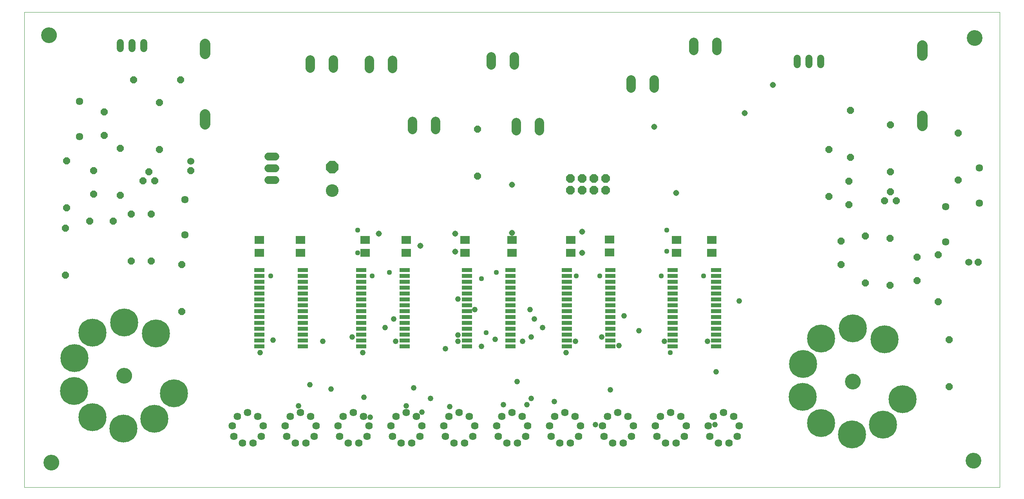
<source format=gbs>
G75*
%MOIN*%
%OFA0B0*%
%FSLAX25Y25*%
%IPPOS*%
%LPD*%
%AMOC8*
5,1,8,0,0,1.08239X$1,22.5*
%
%ADD10C,0.00000*%
%ADD11C,0.07850*%
%ADD12OC8,0.06000*%
%ADD13R,0.07887X0.07099*%
%ADD14C,0.06000*%
%ADD15C,0.06343*%
%ADD16C,0.09050*%
%ADD17C,0.06000*%
%ADD18R,0.08674X0.03800*%
%ADD19C,0.06400*%
%ADD20C,0.23800*%
%ADD21OC8,0.07400*%
%ADD22C,0.13398*%
%ADD23C,0.06800*%
%ADD24C,0.10800*%
%ADD25OC8,0.10800*%
%ADD26C,0.05156*%
%ADD27C,0.04369*%
%ADD28C,0.04762*%
%ADD29C,0.04800*%
D10*
X0002200Y0002700D02*
X0002200Y0407401D01*
X0832121Y0407401D01*
X0832121Y0002700D01*
X0002200Y0002700D01*
X0018901Y0023700D02*
X0018903Y0023858D01*
X0018909Y0024016D01*
X0018919Y0024174D01*
X0018933Y0024332D01*
X0018951Y0024489D01*
X0018972Y0024646D01*
X0018998Y0024802D01*
X0019028Y0024958D01*
X0019061Y0025113D01*
X0019099Y0025266D01*
X0019140Y0025419D01*
X0019185Y0025571D01*
X0019234Y0025722D01*
X0019287Y0025871D01*
X0019343Y0026019D01*
X0019403Y0026165D01*
X0019467Y0026310D01*
X0019535Y0026453D01*
X0019606Y0026595D01*
X0019680Y0026735D01*
X0019758Y0026872D01*
X0019840Y0027008D01*
X0019924Y0027142D01*
X0020013Y0027273D01*
X0020104Y0027402D01*
X0020199Y0027529D01*
X0020296Y0027654D01*
X0020397Y0027776D01*
X0020501Y0027895D01*
X0020608Y0028012D01*
X0020718Y0028126D01*
X0020831Y0028237D01*
X0020946Y0028346D01*
X0021064Y0028451D01*
X0021185Y0028553D01*
X0021308Y0028653D01*
X0021434Y0028749D01*
X0021562Y0028842D01*
X0021692Y0028932D01*
X0021825Y0029018D01*
X0021960Y0029102D01*
X0022096Y0029181D01*
X0022235Y0029258D01*
X0022376Y0029330D01*
X0022518Y0029400D01*
X0022662Y0029465D01*
X0022808Y0029527D01*
X0022955Y0029585D01*
X0023104Y0029640D01*
X0023254Y0029691D01*
X0023405Y0029738D01*
X0023557Y0029781D01*
X0023710Y0029820D01*
X0023865Y0029856D01*
X0024020Y0029887D01*
X0024176Y0029915D01*
X0024332Y0029939D01*
X0024489Y0029959D01*
X0024647Y0029975D01*
X0024804Y0029987D01*
X0024963Y0029995D01*
X0025121Y0029999D01*
X0025279Y0029999D01*
X0025437Y0029995D01*
X0025596Y0029987D01*
X0025753Y0029975D01*
X0025911Y0029959D01*
X0026068Y0029939D01*
X0026224Y0029915D01*
X0026380Y0029887D01*
X0026535Y0029856D01*
X0026690Y0029820D01*
X0026843Y0029781D01*
X0026995Y0029738D01*
X0027146Y0029691D01*
X0027296Y0029640D01*
X0027445Y0029585D01*
X0027592Y0029527D01*
X0027738Y0029465D01*
X0027882Y0029400D01*
X0028024Y0029330D01*
X0028165Y0029258D01*
X0028304Y0029181D01*
X0028440Y0029102D01*
X0028575Y0029018D01*
X0028708Y0028932D01*
X0028838Y0028842D01*
X0028966Y0028749D01*
X0029092Y0028653D01*
X0029215Y0028553D01*
X0029336Y0028451D01*
X0029454Y0028346D01*
X0029569Y0028237D01*
X0029682Y0028126D01*
X0029792Y0028012D01*
X0029899Y0027895D01*
X0030003Y0027776D01*
X0030104Y0027654D01*
X0030201Y0027529D01*
X0030296Y0027402D01*
X0030387Y0027273D01*
X0030476Y0027142D01*
X0030560Y0027008D01*
X0030642Y0026872D01*
X0030720Y0026735D01*
X0030794Y0026595D01*
X0030865Y0026453D01*
X0030933Y0026310D01*
X0030997Y0026165D01*
X0031057Y0026019D01*
X0031113Y0025871D01*
X0031166Y0025722D01*
X0031215Y0025571D01*
X0031260Y0025419D01*
X0031301Y0025266D01*
X0031339Y0025113D01*
X0031372Y0024958D01*
X0031402Y0024802D01*
X0031428Y0024646D01*
X0031449Y0024489D01*
X0031467Y0024332D01*
X0031481Y0024174D01*
X0031491Y0024016D01*
X0031497Y0023858D01*
X0031499Y0023700D01*
X0031497Y0023542D01*
X0031491Y0023384D01*
X0031481Y0023226D01*
X0031467Y0023068D01*
X0031449Y0022911D01*
X0031428Y0022754D01*
X0031402Y0022598D01*
X0031372Y0022442D01*
X0031339Y0022287D01*
X0031301Y0022134D01*
X0031260Y0021981D01*
X0031215Y0021829D01*
X0031166Y0021678D01*
X0031113Y0021529D01*
X0031057Y0021381D01*
X0030997Y0021235D01*
X0030933Y0021090D01*
X0030865Y0020947D01*
X0030794Y0020805D01*
X0030720Y0020665D01*
X0030642Y0020528D01*
X0030560Y0020392D01*
X0030476Y0020258D01*
X0030387Y0020127D01*
X0030296Y0019998D01*
X0030201Y0019871D01*
X0030104Y0019746D01*
X0030003Y0019624D01*
X0029899Y0019505D01*
X0029792Y0019388D01*
X0029682Y0019274D01*
X0029569Y0019163D01*
X0029454Y0019054D01*
X0029336Y0018949D01*
X0029215Y0018847D01*
X0029092Y0018747D01*
X0028966Y0018651D01*
X0028838Y0018558D01*
X0028708Y0018468D01*
X0028575Y0018382D01*
X0028440Y0018298D01*
X0028304Y0018219D01*
X0028165Y0018142D01*
X0028024Y0018070D01*
X0027882Y0018000D01*
X0027738Y0017935D01*
X0027592Y0017873D01*
X0027445Y0017815D01*
X0027296Y0017760D01*
X0027146Y0017709D01*
X0026995Y0017662D01*
X0026843Y0017619D01*
X0026690Y0017580D01*
X0026535Y0017544D01*
X0026380Y0017513D01*
X0026224Y0017485D01*
X0026068Y0017461D01*
X0025911Y0017441D01*
X0025753Y0017425D01*
X0025596Y0017413D01*
X0025437Y0017405D01*
X0025279Y0017401D01*
X0025121Y0017401D01*
X0024963Y0017405D01*
X0024804Y0017413D01*
X0024647Y0017425D01*
X0024489Y0017441D01*
X0024332Y0017461D01*
X0024176Y0017485D01*
X0024020Y0017513D01*
X0023865Y0017544D01*
X0023710Y0017580D01*
X0023557Y0017619D01*
X0023405Y0017662D01*
X0023254Y0017709D01*
X0023104Y0017760D01*
X0022955Y0017815D01*
X0022808Y0017873D01*
X0022662Y0017935D01*
X0022518Y0018000D01*
X0022376Y0018070D01*
X0022235Y0018142D01*
X0022096Y0018219D01*
X0021960Y0018298D01*
X0021825Y0018382D01*
X0021692Y0018468D01*
X0021562Y0018558D01*
X0021434Y0018651D01*
X0021308Y0018747D01*
X0021185Y0018847D01*
X0021064Y0018949D01*
X0020946Y0019054D01*
X0020831Y0019163D01*
X0020718Y0019274D01*
X0020608Y0019388D01*
X0020501Y0019505D01*
X0020397Y0019624D01*
X0020296Y0019746D01*
X0020199Y0019871D01*
X0020104Y0019998D01*
X0020013Y0020127D01*
X0019924Y0020258D01*
X0019840Y0020392D01*
X0019758Y0020528D01*
X0019680Y0020665D01*
X0019606Y0020805D01*
X0019535Y0020947D01*
X0019467Y0021090D01*
X0019403Y0021235D01*
X0019343Y0021381D01*
X0019287Y0021529D01*
X0019234Y0021678D01*
X0019185Y0021829D01*
X0019140Y0021981D01*
X0019099Y0022134D01*
X0019061Y0022287D01*
X0019028Y0022442D01*
X0018998Y0022598D01*
X0018972Y0022754D01*
X0018951Y0022911D01*
X0018933Y0023068D01*
X0018919Y0023226D01*
X0018909Y0023384D01*
X0018903Y0023542D01*
X0018901Y0023700D01*
X0080901Y0097700D02*
X0080903Y0097858D01*
X0080909Y0098016D01*
X0080919Y0098174D01*
X0080933Y0098332D01*
X0080951Y0098489D01*
X0080972Y0098646D01*
X0080998Y0098802D01*
X0081028Y0098958D01*
X0081061Y0099113D01*
X0081099Y0099266D01*
X0081140Y0099419D01*
X0081185Y0099571D01*
X0081234Y0099722D01*
X0081287Y0099871D01*
X0081343Y0100019D01*
X0081403Y0100165D01*
X0081467Y0100310D01*
X0081535Y0100453D01*
X0081606Y0100595D01*
X0081680Y0100735D01*
X0081758Y0100872D01*
X0081840Y0101008D01*
X0081924Y0101142D01*
X0082013Y0101273D01*
X0082104Y0101402D01*
X0082199Y0101529D01*
X0082296Y0101654D01*
X0082397Y0101776D01*
X0082501Y0101895D01*
X0082608Y0102012D01*
X0082718Y0102126D01*
X0082831Y0102237D01*
X0082946Y0102346D01*
X0083064Y0102451D01*
X0083185Y0102553D01*
X0083308Y0102653D01*
X0083434Y0102749D01*
X0083562Y0102842D01*
X0083692Y0102932D01*
X0083825Y0103018D01*
X0083960Y0103102D01*
X0084096Y0103181D01*
X0084235Y0103258D01*
X0084376Y0103330D01*
X0084518Y0103400D01*
X0084662Y0103465D01*
X0084808Y0103527D01*
X0084955Y0103585D01*
X0085104Y0103640D01*
X0085254Y0103691D01*
X0085405Y0103738D01*
X0085557Y0103781D01*
X0085710Y0103820D01*
X0085865Y0103856D01*
X0086020Y0103887D01*
X0086176Y0103915D01*
X0086332Y0103939D01*
X0086489Y0103959D01*
X0086647Y0103975D01*
X0086804Y0103987D01*
X0086963Y0103995D01*
X0087121Y0103999D01*
X0087279Y0103999D01*
X0087437Y0103995D01*
X0087596Y0103987D01*
X0087753Y0103975D01*
X0087911Y0103959D01*
X0088068Y0103939D01*
X0088224Y0103915D01*
X0088380Y0103887D01*
X0088535Y0103856D01*
X0088690Y0103820D01*
X0088843Y0103781D01*
X0088995Y0103738D01*
X0089146Y0103691D01*
X0089296Y0103640D01*
X0089445Y0103585D01*
X0089592Y0103527D01*
X0089738Y0103465D01*
X0089882Y0103400D01*
X0090024Y0103330D01*
X0090165Y0103258D01*
X0090304Y0103181D01*
X0090440Y0103102D01*
X0090575Y0103018D01*
X0090708Y0102932D01*
X0090838Y0102842D01*
X0090966Y0102749D01*
X0091092Y0102653D01*
X0091215Y0102553D01*
X0091336Y0102451D01*
X0091454Y0102346D01*
X0091569Y0102237D01*
X0091682Y0102126D01*
X0091792Y0102012D01*
X0091899Y0101895D01*
X0092003Y0101776D01*
X0092104Y0101654D01*
X0092201Y0101529D01*
X0092296Y0101402D01*
X0092387Y0101273D01*
X0092476Y0101142D01*
X0092560Y0101008D01*
X0092642Y0100872D01*
X0092720Y0100735D01*
X0092794Y0100595D01*
X0092865Y0100453D01*
X0092933Y0100310D01*
X0092997Y0100165D01*
X0093057Y0100019D01*
X0093113Y0099871D01*
X0093166Y0099722D01*
X0093215Y0099571D01*
X0093260Y0099419D01*
X0093301Y0099266D01*
X0093339Y0099113D01*
X0093372Y0098958D01*
X0093402Y0098802D01*
X0093428Y0098646D01*
X0093449Y0098489D01*
X0093467Y0098332D01*
X0093481Y0098174D01*
X0093491Y0098016D01*
X0093497Y0097858D01*
X0093499Y0097700D01*
X0093497Y0097542D01*
X0093491Y0097384D01*
X0093481Y0097226D01*
X0093467Y0097068D01*
X0093449Y0096911D01*
X0093428Y0096754D01*
X0093402Y0096598D01*
X0093372Y0096442D01*
X0093339Y0096287D01*
X0093301Y0096134D01*
X0093260Y0095981D01*
X0093215Y0095829D01*
X0093166Y0095678D01*
X0093113Y0095529D01*
X0093057Y0095381D01*
X0092997Y0095235D01*
X0092933Y0095090D01*
X0092865Y0094947D01*
X0092794Y0094805D01*
X0092720Y0094665D01*
X0092642Y0094528D01*
X0092560Y0094392D01*
X0092476Y0094258D01*
X0092387Y0094127D01*
X0092296Y0093998D01*
X0092201Y0093871D01*
X0092104Y0093746D01*
X0092003Y0093624D01*
X0091899Y0093505D01*
X0091792Y0093388D01*
X0091682Y0093274D01*
X0091569Y0093163D01*
X0091454Y0093054D01*
X0091336Y0092949D01*
X0091215Y0092847D01*
X0091092Y0092747D01*
X0090966Y0092651D01*
X0090838Y0092558D01*
X0090708Y0092468D01*
X0090575Y0092382D01*
X0090440Y0092298D01*
X0090304Y0092219D01*
X0090165Y0092142D01*
X0090024Y0092070D01*
X0089882Y0092000D01*
X0089738Y0091935D01*
X0089592Y0091873D01*
X0089445Y0091815D01*
X0089296Y0091760D01*
X0089146Y0091709D01*
X0088995Y0091662D01*
X0088843Y0091619D01*
X0088690Y0091580D01*
X0088535Y0091544D01*
X0088380Y0091513D01*
X0088224Y0091485D01*
X0088068Y0091461D01*
X0087911Y0091441D01*
X0087753Y0091425D01*
X0087596Y0091413D01*
X0087437Y0091405D01*
X0087279Y0091401D01*
X0087121Y0091401D01*
X0086963Y0091405D01*
X0086804Y0091413D01*
X0086647Y0091425D01*
X0086489Y0091441D01*
X0086332Y0091461D01*
X0086176Y0091485D01*
X0086020Y0091513D01*
X0085865Y0091544D01*
X0085710Y0091580D01*
X0085557Y0091619D01*
X0085405Y0091662D01*
X0085254Y0091709D01*
X0085104Y0091760D01*
X0084955Y0091815D01*
X0084808Y0091873D01*
X0084662Y0091935D01*
X0084518Y0092000D01*
X0084376Y0092070D01*
X0084235Y0092142D01*
X0084096Y0092219D01*
X0083960Y0092298D01*
X0083825Y0092382D01*
X0083692Y0092468D01*
X0083562Y0092558D01*
X0083434Y0092651D01*
X0083308Y0092747D01*
X0083185Y0092847D01*
X0083064Y0092949D01*
X0082946Y0093054D01*
X0082831Y0093163D01*
X0082718Y0093274D01*
X0082608Y0093388D01*
X0082501Y0093505D01*
X0082397Y0093624D01*
X0082296Y0093746D01*
X0082199Y0093871D01*
X0082104Y0093998D01*
X0082013Y0094127D01*
X0081924Y0094258D01*
X0081840Y0094392D01*
X0081758Y0094528D01*
X0081680Y0094665D01*
X0081606Y0094805D01*
X0081535Y0094947D01*
X0081467Y0095090D01*
X0081403Y0095235D01*
X0081343Y0095381D01*
X0081287Y0095529D01*
X0081234Y0095678D01*
X0081185Y0095829D01*
X0081140Y0095981D01*
X0081099Y0096134D01*
X0081061Y0096287D01*
X0081028Y0096442D01*
X0080998Y0096598D01*
X0080972Y0096754D01*
X0080951Y0096911D01*
X0080933Y0097068D01*
X0080919Y0097226D01*
X0080909Y0097384D01*
X0080903Y0097542D01*
X0080901Y0097700D01*
X0016901Y0387700D02*
X0016903Y0387858D01*
X0016909Y0388016D01*
X0016919Y0388174D01*
X0016933Y0388332D01*
X0016951Y0388489D01*
X0016972Y0388646D01*
X0016998Y0388802D01*
X0017028Y0388958D01*
X0017061Y0389113D01*
X0017099Y0389266D01*
X0017140Y0389419D01*
X0017185Y0389571D01*
X0017234Y0389722D01*
X0017287Y0389871D01*
X0017343Y0390019D01*
X0017403Y0390165D01*
X0017467Y0390310D01*
X0017535Y0390453D01*
X0017606Y0390595D01*
X0017680Y0390735D01*
X0017758Y0390872D01*
X0017840Y0391008D01*
X0017924Y0391142D01*
X0018013Y0391273D01*
X0018104Y0391402D01*
X0018199Y0391529D01*
X0018296Y0391654D01*
X0018397Y0391776D01*
X0018501Y0391895D01*
X0018608Y0392012D01*
X0018718Y0392126D01*
X0018831Y0392237D01*
X0018946Y0392346D01*
X0019064Y0392451D01*
X0019185Y0392553D01*
X0019308Y0392653D01*
X0019434Y0392749D01*
X0019562Y0392842D01*
X0019692Y0392932D01*
X0019825Y0393018D01*
X0019960Y0393102D01*
X0020096Y0393181D01*
X0020235Y0393258D01*
X0020376Y0393330D01*
X0020518Y0393400D01*
X0020662Y0393465D01*
X0020808Y0393527D01*
X0020955Y0393585D01*
X0021104Y0393640D01*
X0021254Y0393691D01*
X0021405Y0393738D01*
X0021557Y0393781D01*
X0021710Y0393820D01*
X0021865Y0393856D01*
X0022020Y0393887D01*
X0022176Y0393915D01*
X0022332Y0393939D01*
X0022489Y0393959D01*
X0022647Y0393975D01*
X0022804Y0393987D01*
X0022963Y0393995D01*
X0023121Y0393999D01*
X0023279Y0393999D01*
X0023437Y0393995D01*
X0023596Y0393987D01*
X0023753Y0393975D01*
X0023911Y0393959D01*
X0024068Y0393939D01*
X0024224Y0393915D01*
X0024380Y0393887D01*
X0024535Y0393856D01*
X0024690Y0393820D01*
X0024843Y0393781D01*
X0024995Y0393738D01*
X0025146Y0393691D01*
X0025296Y0393640D01*
X0025445Y0393585D01*
X0025592Y0393527D01*
X0025738Y0393465D01*
X0025882Y0393400D01*
X0026024Y0393330D01*
X0026165Y0393258D01*
X0026304Y0393181D01*
X0026440Y0393102D01*
X0026575Y0393018D01*
X0026708Y0392932D01*
X0026838Y0392842D01*
X0026966Y0392749D01*
X0027092Y0392653D01*
X0027215Y0392553D01*
X0027336Y0392451D01*
X0027454Y0392346D01*
X0027569Y0392237D01*
X0027682Y0392126D01*
X0027792Y0392012D01*
X0027899Y0391895D01*
X0028003Y0391776D01*
X0028104Y0391654D01*
X0028201Y0391529D01*
X0028296Y0391402D01*
X0028387Y0391273D01*
X0028476Y0391142D01*
X0028560Y0391008D01*
X0028642Y0390872D01*
X0028720Y0390735D01*
X0028794Y0390595D01*
X0028865Y0390453D01*
X0028933Y0390310D01*
X0028997Y0390165D01*
X0029057Y0390019D01*
X0029113Y0389871D01*
X0029166Y0389722D01*
X0029215Y0389571D01*
X0029260Y0389419D01*
X0029301Y0389266D01*
X0029339Y0389113D01*
X0029372Y0388958D01*
X0029402Y0388802D01*
X0029428Y0388646D01*
X0029449Y0388489D01*
X0029467Y0388332D01*
X0029481Y0388174D01*
X0029491Y0388016D01*
X0029497Y0387858D01*
X0029499Y0387700D01*
X0029497Y0387542D01*
X0029491Y0387384D01*
X0029481Y0387226D01*
X0029467Y0387068D01*
X0029449Y0386911D01*
X0029428Y0386754D01*
X0029402Y0386598D01*
X0029372Y0386442D01*
X0029339Y0386287D01*
X0029301Y0386134D01*
X0029260Y0385981D01*
X0029215Y0385829D01*
X0029166Y0385678D01*
X0029113Y0385529D01*
X0029057Y0385381D01*
X0028997Y0385235D01*
X0028933Y0385090D01*
X0028865Y0384947D01*
X0028794Y0384805D01*
X0028720Y0384665D01*
X0028642Y0384528D01*
X0028560Y0384392D01*
X0028476Y0384258D01*
X0028387Y0384127D01*
X0028296Y0383998D01*
X0028201Y0383871D01*
X0028104Y0383746D01*
X0028003Y0383624D01*
X0027899Y0383505D01*
X0027792Y0383388D01*
X0027682Y0383274D01*
X0027569Y0383163D01*
X0027454Y0383054D01*
X0027336Y0382949D01*
X0027215Y0382847D01*
X0027092Y0382747D01*
X0026966Y0382651D01*
X0026838Y0382558D01*
X0026708Y0382468D01*
X0026575Y0382382D01*
X0026440Y0382298D01*
X0026304Y0382219D01*
X0026165Y0382142D01*
X0026024Y0382070D01*
X0025882Y0382000D01*
X0025738Y0381935D01*
X0025592Y0381873D01*
X0025445Y0381815D01*
X0025296Y0381760D01*
X0025146Y0381709D01*
X0024995Y0381662D01*
X0024843Y0381619D01*
X0024690Y0381580D01*
X0024535Y0381544D01*
X0024380Y0381513D01*
X0024224Y0381485D01*
X0024068Y0381461D01*
X0023911Y0381441D01*
X0023753Y0381425D01*
X0023596Y0381413D01*
X0023437Y0381405D01*
X0023279Y0381401D01*
X0023121Y0381401D01*
X0022963Y0381405D01*
X0022804Y0381413D01*
X0022647Y0381425D01*
X0022489Y0381441D01*
X0022332Y0381461D01*
X0022176Y0381485D01*
X0022020Y0381513D01*
X0021865Y0381544D01*
X0021710Y0381580D01*
X0021557Y0381619D01*
X0021405Y0381662D01*
X0021254Y0381709D01*
X0021104Y0381760D01*
X0020955Y0381815D01*
X0020808Y0381873D01*
X0020662Y0381935D01*
X0020518Y0382000D01*
X0020376Y0382070D01*
X0020235Y0382142D01*
X0020096Y0382219D01*
X0019960Y0382298D01*
X0019825Y0382382D01*
X0019692Y0382468D01*
X0019562Y0382558D01*
X0019434Y0382651D01*
X0019308Y0382747D01*
X0019185Y0382847D01*
X0019064Y0382949D01*
X0018946Y0383054D01*
X0018831Y0383163D01*
X0018718Y0383274D01*
X0018608Y0383388D01*
X0018501Y0383505D01*
X0018397Y0383624D01*
X0018296Y0383746D01*
X0018199Y0383871D01*
X0018104Y0383998D01*
X0018013Y0384127D01*
X0017924Y0384258D01*
X0017840Y0384392D01*
X0017758Y0384528D01*
X0017680Y0384665D01*
X0017606Y0384805D01*
X0017535Y0384947D01*
X0017467Y0385090D01*
X0017403Y0385235D01*
X0017343Y0385381D01*
X0017287Y0385529D01*
X0017234Y0385678D01*
X0017185Y0385829D01*
X0017140Y0385981D01*
X0017099Y0386134D01*
X0017061Y0386287D01*
X0017028Y0386442D01*
X0016998Y0386598D01*
X0016972Y0386754D01*
X0016951Y0386911D01*
X0016933Y0387068D01*
X0016919Y0387226D01*
X0016909Y0387384D01*
X0016903Y0387542D01*
X0016901Y0387700D01*
X0700901Y0092700D02*
X0700903Y0092858D01*
X0700909Y0093016D01*
X0700919Y0093174D01*
X0700933Y0093332D01*
X0700951Y0093489D01*
X0700972Y0093646D01*
X0700998Y0093802D01*
X0701028Y0093958D01*
X0701061Y0094113D01*
X0701099Y0094266D01*
X0701140Y0094419D01*
X0701185Y0094571D01*
X0701234Y0094722D01*
X0701287Y0094871D01*
X0701343Y0095019D01*
X0701403Y0095165D01*
X0701467Y0095310D01*
X0701535Y0095453D01*
X0701606Y0095595D01*
X0701680Y0095735D01*
X0701758Y0095872D01*
X0701840Y0096008D01*
X0701924Y0096142D01*
X0702013Y0096273D01*
X0702104Y0096402D01*
X0702199Y0096529D01*
X0702296Y0096654D01*
X0702397Y0096776D01*
X0702501Y0096895D01*
X0702608Y0097012D01*
X0702718Y0097126D01*
X0702831Y0097237D01*
X0702946Y0097346D01*
X0703064Y0097451D01*
X0703185Y0097553D01*
X0703308Y0097653D01*
X0703434Y0097749D01*
X0703562Y0097842D01*
X0703692Y0097932D01*
X0703825Y0098018D01*
X0703960Y0098102D01*
X0704096Y0098181D01*
X0704235Y0098258D01*
X0704376Y0098330D01*
X0704518Y0098400D01*
X0704662Y0098465D01*
X0704808Y0098527D01*
X0704955Y0098585D01*
X0705104Y0098640D01*
X0705254Y0098691D01*
X0705405Y0098738D01*
X0705557Y0098781D01*
X0705710Y0098820D01*
X0705865Y0098856D01*
X0706020Y0098887D01*
X0706176Y0098915D01*
X0706332Y0098939D01*
X0706489Y0098959D01*
X0706647Y0098975D01*
X0706804Y0098987D01*
X0706963Y0098995D01*
X0707121Y0098999D01*
X0707279Y0098999D01*
X0707437Y0098995D01*
X0707596Y0098987D01*
X0707753Y0098975D01*
X0707911Y0098959D01*
X0708068Y0098939D01*
X0708224Y0098915D01*
X0708380Y0098887D01*
X0708535Y0098856D01*
X0708690Y0098820D01*
X0708843Y0098781D01*
X0708995Y0098738D01*
X0709146Y0098691D01*
X0709296Y0098640D01*
X0709445Y0098585D01*
X0709592Y0098527D01*
X0709738Y0098465D01*
X0709882Y0098400D01*
X0710024Y0098330D01*
X0710165Y0098258D01*
X0710304Y0098181D01*
X0710440Y0098102D01*
X0710575Y0098018D01*
X0710708Y0097932D01*
X0710838Y0097842D01*
X0710966Y0097749D01*
X0711092Y0097653D01*
X0711215Y0097553D01*
X0711336Y0097451D01*
X0711454Y0097346D01*
X0711569Y0097237D01*
X0711682Y0097126D01*
X0711792Y0097012D01*
X0711899Y0096895D01*
X0712003Y0096776D01*
X0712104Y0096654D01*
X0712201Y0096529D01*
X0712296Y0096402D01*
X0712387Y0096273D01*
X0712476Y0096142D01*
X0712560Y0096008D01*
X0712642Y0095872D01*
X0712720Y0095735D01*
X0712794Y0095595D01*
X0712865Y0095453D01*
X0712933Y0095310D01*
X0712997Y0095165D01*
X0713057Y0095019D01*
X0713113Y0094871D01*
X0713166Y0094722D01*
X0713215Y0094571D01*
X0713260Y0094419D01*
X0713301Y0094266D01*
X0713339Y0094113D01*
X0713372Y0093958D01*
X0713402Y0093802D01*
X0713428Y0093646D01*
X0713449Y0093489D01*
X0713467Y0093332D01*
X0713481Y0093174D01*
X0713491Y0093016D01*
X0713497Y0092858D01*
X0713499Y0092700D01*
X0713497Y0092542D01*
X0713491Y0092384D01*
X0713481Y0092226D01*
X0713467Y0092068D01*
X0713449Y0091911D01*
X0713428Y0091754D01*
X0713402Y0091598D01*
X0713372Y0091442D01*
X0713339Y0091287D01*
X0713301Y0091134D01*
X0713260Y0090981D01*
X0713215Y0090829D01*
X0713166Y0090678D01*
X0713113Y0090529D01*
X0713057Y0090381D01*
X0712997Y0090235D01*
X0712933Y0090090D01*
X0712865Y0089947D01*
X0712794Y0089805D01*
X0712720Y0089665D01*
X0712642Y0089528D01*
X0712560Y0089392D01*
X0712476Y0089258D01*
X0712387Y0089127D01*
X0712296Y0088998D01*
X0712201Y0088871D01*
X0712104Y0088746D01*
X0712003Y0088624D01*
X0711899Y0088505D01*
X0711792Y0088388D01*
X0711682Y0088274D01*
X0711569Y0088163D01*
X0711454Y0088054D01*
X0711336Y0087949D01*
X0711215Y0087847D01*
X0711092Y0087747D01*
X0710966Y0087651D01*
X0710838Y0087558D01*
X0710708Y0087468D01*
X0710575Y0087382D01*
X0710440Y0087298D01*
X0710304Y0087219D01*
X0710165Y0087142D01*
X0710024Y0087070D01*
X0709882Y0087000D01*
X0709738Y0086935D01*
X0709592Y0086873D01*
X0709445Y0086815D01*
X0709296Y0086760D01*
X0709146Y0086709D01*
X0708995Y0086662D01*
X0708843Y0086619D01*
X0708690Y0086580D01*
X0708535Y0086544D01*
X0708380Y0086513D01*
X0708224Y0086485D01*
X0708068Y0086461D01*
X0707911Y0086441D01*
X0707753Y0086425D01*
X0707596Y0086413D01*
X0707437Y0086405D01*
X0707279Y0086401D01*
X0707121Y0086401D01*
X0706963Y0086405D01*
X0706804Y0086413D01*
X0706647Y0086425D01*
X0706489Y0086441D01*
X0706332Y0086461D01*
X0706176Y0086485D01*
X0706020Y0086513D01*
X0705865Y0086544D01*
X0705710Y0086580D01*
X0705557Y0086619D01*
X0705405Y0086662D01*
X0705254Y0086709D01*
X0705104Y0086760D01*
X0704955Y0086815D01*
X0704808Y0086873D01*
X0704662Y0086935D01*
X0704518Y0087000D01*
X0704376Y0087070D01*
X0704235Y0087142D01*
X0704096Y0087219D01*
X0703960Y0087298D01*
X0703825Y0087382D01*
X0703692Y0087468D01*
X0703562Y0087558D01*
X0703434Y0087651D01*
X0703308Y0087747D01*
X0703185Y0087847D01*
X0703064Y0087949D01*
X0702946Y0088054D01*
X0702831Y0088163D01*
X0702718Y0088274D01*
X0702608Y0088388D01*
X0702501Y0088505D01*
X0702397Y0088624D01*
X0702296Y0088746D01*
X0702199Y0088871D01*
X0702104Y0088998D01*
X0702013Y0089127D01*
X0701924Y0089258D01*
X0701840Y0089392D01*
X0701758Y0089528D01*
X0701680Y0089665D01*
X0701606Y0089805D01*
X0701535Y0089947D01*
X0701467Y0090090D01*
X0701403Y0090235D01*
X0701343Y0090381D01*
X0701287Y0090529D01*
X0701234Y0090678D01*
X0701185Y0090829D01*
X0701140Y0090981D01*
X0701099Y0091134D01*
X0701061Y0091287D01*
X0701028Y0091442D01*
X0700998Y0091598D01*
X0700972Y0091754D01*
X0700951Y0091911D01*
X0700933Y0092068D01*
X0700919Y0092226D01*
X0700909Y0092384D01*
X0700903Y0092542D01*
X0700901Y0092700D01*
X0803401Y0025200D02*
X0803403Y0025358D01*
X0803409Y0025516D01*
X0803419Y0025674D01*
X0803433Y0025832D01*
X0803451Y0025989D01*
X0803472Y0026146D01*
X0803498Y0026302D01*
X0803528Y0026458D01*
X0803561Y0026613D01*
X0803599Y0026766D01*
X0803640Y0026919D01*
X0803685Y0027071D01*
X0803734Y0027222D01*
X0803787Y0027371D01*
X0803843Y0027519D01*
X0803903Y0027665D01*
X0803967Y0027810D01*
X0804035Y0027953D01*
X0804106Y0028095D01*
X0804180Y0028235D01*
X0804258Y0028372D01*
X0804340Y0028508D01*
X0804424Y0028642D01*
X0804513Y0028773D01*
X0804604Y0028902D01*
X0804699Y0029029D01*
X0804796Y0029154D01*
X0804897Y0029276D01*
X0805001Y0029395D01*
X0805108Y0029512D01*
X0805218Y0029626D01*
X0805331Y0029737D01*
X0805446Y0029846D01*
X0805564Y0029951D01*
X0805685Y0030053D01*
X0805808Y0030153D01*
X0805934Y0030249D01*
X0806062Y0030342D01*
X0806192Y0030432D01*
X0806325Y0030518D01*
X0806460Y0030602D01*
X0806596Y0030681D01*
X0806735Y0030758D01*
X0806876Y0030830D01*
X0807018Y0030900D01*
X0807162Y0030965D01*
X0807308Y0031027D01*
X0807455Y0031085D01*
X0807604Y0031140D01*
X0807754Y0031191D01*
X0807905Y0031238D01*
X0808057Y0031281D01*
X0808210Y0031320D01*
X0808365Y0031356D01*
X0808520Y0031387D01*
X0808676Y0031415D01*
X0808832Y0031439D01*
X0808989Y0031459D01*
X0809147Y0031475D01*
X0809304Y0031487D01*
X0809463Y0031495D01*
X0809621Y0031499D01*
X0809779Y0031499D01*
X0809937Y0031495D01*
X0810096Y0031487D01*
X0810253Y0031475D01*
X0810411Y0031459D01*
X0810568Y0031439D01*
X0810724Y0031415D01*
X0810880Y0031387D01*
X0811035Y0031356D01*
X0811190Y0031320D01*
X0811343Y0031281D01*
X0811495Y0031238D01*
X0811646Y0031191D01*
X0811796Y0031140D01*
X0811945Y0031085D01*
X0812092Y0031027D01*
X0812238Y0030965D01*
X0812382Y0030900D01*
X0812524Y0030830D01*
X0812665Y0030758D01*
X0812804Y0030681D01*
X0812940Y0030602D01*
X0813075Y0030518D01*
X0813208Y0030432D01*
X0813338Y0030342D01*
X0813466Y0030249D01*
X0813592Y0030153D01*
X0813715Y0030053D01*
X0813836Y0029951D01*
X0813954Y0029846D01*
X0814069Y0029737D01*
X0814182Y0029626D01*
X0814292Y0029512D01*
X0814399Y0029395D01*
X0814503Y0029276D01*
X0814604Y0029154D01*
X0814701Y0029029D01*
X0814796Y0028902D01*
X0814887Y0028773D01*
X0814976Y0028642D01*
X0815060Y0028508D01*
X0815142Y0028372D01*
X0815220Y0028235D01*
X0815294Y0028095D01*
X0815365Y0027953D01*
X0815433Y0027810D01*
X0815497Y0027665D01*
X0815557Y0027519D01*
X0815613Y0027371D01*
X0815666Y0027222D01*
X0815715Y0027071D01*
X0815760Y0026919D01*
X0815801Y0026766D01*
X0815839Y0026613D01*
X0815872Y0026458D01*
X0815902Y0026302D01*
X0815928Y0026146D01*
X0815949Y0025989D01*
X0815967Y0025832D01*
X0815981Y0025674D01*
X0815991Y0025516D01*
X0815997Y0025358D01*
X0815999Y0025200D01*
X0815997Y0025042D01*
X0815991Y0024884D01*
X0815981Y0024726D01*
X0815967Y0024568D01*
X0815949Y0024411D01*
X0815928Y0024254D01*
X0815902Y0024098D01*
X0815872Y0023942D01*
X0815839Y0023787D01*
X0815801Y0023634D01*
X0815760Y0023481D01*
X0815715Y0023329D01*
X0815666Y0023178D01*
X0815613Y0023029D01*
X0815557Y0022881D01*
X0815497Y0022735D01*
X0815433Y0022590D01*
X0815365Y0022447D01*
X0815294Y0022305D01*
X0815220Y0022165D01*
X0815142Y0022028D01*
X0815060Y0021892D01*
X0814976Y0021758D01*
X0814887Y0021627D01*
X0814796Y0021498D01*
X0814701Y0021371D01*
X0814604Y0021246D01*
X0814503Y0021124D01*
X0814399Y0021005D01*
X0814292Y0020888D01*
X0814182Y0020774D01*
X0814069Y0020663D01*
X0813954Y0020554D01*
X0813836Y0020449D01*
X0813715Y0020347D01*
X0813592Y0020247D01*
X0813466Y0020151D01*
X0813338Y0020058D01*
X0813208Y0019968D01*
X0813075Y0019882D01*
X0812940Y0019798D01*
X0812804Y0019719D01*
X0812665Y0019642D01*
X0812524Y0019570D01*
X0812382Y0019500D01*
X0812238Y0019435D01*
X0812092Y0019373D01*
X0811945Y0019315D01*
X0811796Y0019260D01*
X0811646Y0019209D01*
X0811495Y0019162D01*
X0811343Y0019119D01*
X0811190Y0019080D01*
X0811035Y0019044D01*
X0810880Y0019013D01*
X0810724Y0018985D01*
X0810568Y0018961D01*
X0810411Y0018941D01*
X0810253Y0018925D01*
X0810096Y0018913D01*
X0809937Y0018905D01*
X0809779Y0018901D01*
X0809621Y0018901D01*
X0809463Y0018905D01*
X0809304Y0018913D01*
X0809147Y0018925D01*
X0808989Y0018941D01*
X0808832Y0018961D01*
X0808676Y0018985D01*
X0808520Y0019013D01*
X0808365Y0019044D01*
X0808210Y0019080D01*
X0808057Y0019119D01*
X0807905Y0019162D01*
X0807754Y0019209D01*
X0807604Y0019260D01*
X0807455Y0019315D01*
X0807308Y0019373D01*
X0807162Y0019435D01*
X0807018Y0019500D01*
X0806876Y0019570D01*
X0806735Y0019642D01*
X0806596Y0019719D01*
X0806460Y0019798D01*
X0806325Y0019882D01*
X0806192Y0019968D01*
X0806062Y0020058D01*
X0805934Y0020151D01*
X0805808Y0020247D01*
X0805685Y0020347D01*
X0805564Y0020449D01*
X0805446Y0020554D01*
X0805331Y0020663D01*
X0805218Y0020774D01*
X0805108Y0020888D01*
X0805001Y0021005D01*
X0804897Y0021124D01*
X0804796Y0021246D01*
X0804699Y0021371D01*
X0804604Y0021498D01*
X0804513Y0021627D01*
X0804424Y0021758D01*
X0804340Y0021892D01*
X0804258Y0022028D01*
X0804180Y0022165D01*
X0804106Y0022305D01*
X0804035Y0022447D01*
X0803967Y0022590D01*
X0803903Y0022735D01*
X0803843Y0022881D01*
X0803787Y0023029D01*
X0803734Y0023178D01*
X0803685Y0023329D01*
X0803640Y0023481D01*
X0803599Y0023634D01*
X0803561Y0023787D01*
X0803528Y0023942D01*
X0803498Y0024098D01*
X0803472Y0024254D01*
X0803451Y0024411D01*
X0803433Y0024568D01*
X0803419Y0024726D01*
X0803409Y0024884D01*
X0803403Y0025042D01*
X0803401Y0025200D01*
X0804401Y0385200D02*
X0804403Y0385358D01*
X0804409Y0385516D01*
X0804419Y0385674D01*
X0804433Y0385832D01*
X0804451Y0385989D01*
X0804472Y0386146D01*
X0804498Y0386302D01*
X0804528Y0386458D01*
X0804561Y0386613D01*
X0804599Y0386766D01*
X0804640Y0386919D01*
X0804685Y0387071D01*
X0804734Y0387222D01*
X0804787Y0387371D01*
X0804843Y0387519D01*
X0804903Y0387665D01*
X0804967Y0387810D01*
X0805035Y0387953D01*
X0805106Y0388095D01*
X0805180Y0388235D01*
X0805258Y0388372D01*
X0805340Y0388508D01*
X0805424Y0388642D01*
X0805513Y0388773D01*
X0805604Y0388902D01*
X0805699Y0389029D01*
X0805796Y0389154D01*
X0805897Y0389276D01*
X0806001Y0389395D01*
X0806108Y0389512D01*
X0806218Y0389626D01*
X0806331Y0389737D01*
X0806446Y0389846D01*
X0806564Y0389951D01*
X0806685Y0390053D01*
X0806808Y0390153D01*
X0806934Y0390249D01*
X0807062Y0390342D01*
X0807192Y0390432D01*
X0807325Y0390518D01*
X0807460Y0390602D01*
X0807596Y0390681D01*
X0807735Y0390758D01*
X0807876Y0390830D01*
X0808018Y0390900D01*
X0808162Y0390965D01*
X0808308Y0391027D01*
X0808455Y0391085D01*
X0808604Y0391140D01*
X0808754Y0391191D01*
X0808905Y0391238D01*
X0809057Y0391281D01*
X0809210Y0391320D01*
X0809365Y0391356D01*
X0809520Y0391387D01*
X0809676Y0391415D01*
X0809832Y0391439D01*
X0809989Y0391459D01*
X0810147Y0391475D01*
X0810304Y0391487D01*
X0810463Y0391495D01*
X0810621Y0391499D01*
X0810779Y0391499D01*
X0810937Y0391495D01*
X0811096Y0391487D01*
X0811253Y0391475D01*
X0811411Y0391459D01*
X0811568Y0391439D01*
X0811724Y0391415D01*
X0811880Y0391387D01*
X0812035Y0391356D01*
X0812190Y0391320D01*
X0812343Y0391281D01*
X0812495Y0391238D01*
X0812646Y0391191D01*
X0812796Y0391140D01*
X0812945Y0391085D01*
X0813092Y0391027D01*
X0813238Y0390965D01*
X0813382Y0390900D01*
X0813524Y0390830D01*
X0813665Y0390758D01*
X0813804Y0390681D01*
X0813940Y0390602D01*
X0814075Y0390518D01*
X0814208Y0390432D01*
X0814338Y0390342D01*
X0814466Y0390249D01*
X0814592Y0390153D01*
X0814715Y0390053D01*
X0814836Y0389951D01*
X0814954Y0389846D01*
X0815069Y0389737D01*
X0815182Y0389626D01*
X0815292Y0389512D01*
X0815399Y0389395D01*
X0815503Y0389276D01*
X0815604Y0389154D01*
X0815701Y0389029D01*
X0815796Y0388902D01*
X0815887Y0388773D01*
X0815976Y0388642D01*
X0816060Y0388508D01*
X0816142Y0388372D01*
X0816220Y0388235D01*
X0816294Y0388095D01*
X0816365Y0387953D01*
X0816433Y0387810D01*
X0816497Y0387665D01*
X0816557Y0387519D01*
X0816613Y0387371D01*
X0816666Y0387222D01*
X0816715Y0387071D01*
X0816760Y0386919D01*
X0816801Y0386766D01*
X0816839Y0386613D01*
X0816872Y0386458D01*
X0816902Y0386302D01*
X0816928Y0386146D01*
X0816949Y0385989D01*
X0816967Y0385832D01*
X0816981Y0385674D01*
X0816991Y0385516D01*
X0816997Y0385358D01*
X0816999Y0385200D01*
X0816997Y0385042D01*
X0816991Y0384884D01*
X0816981Y0384726D01*
X0816967Y0384568D01*
X0816949Y0384411D01*
X0816928Y0384254D01*
X0816902Y0384098D01*
X0816872Y0383942D01*
X0816839Y0383787D01*
X0816801Y0383634D01*
X0816760Y0383481D01*
X0816715Y0383329D01*
X0816666Y0383178D01*
X0816613Y0383029D01*
X0816557Y0382881D01*
X0816497Y0382735D01*
X0816433Y0382590D01*
X0816365Y0382447D01*
X0816294Y0382305D01*
X0816220Y0382165D01*
X0816142Y0382028D01*
X0816060Y0381892D01*
X0815976Y0381758D01*
X0815887Y0381627D01*
X0815796Y0381498D01*
X0815701Y0381371D01*
X0815604Y0381246D01*
X0815503Y0381124D01*
X0815399Y0381005D01*
X0815292Y0380888D01*
X0815182Y0380774D01*
X0815069Y0380663D01*
X0814954Y0380554D01*
X0814836Y0380449D01*
X0814715Y0380347D01*
X0814592Y0380247D01*
X0814466Y0380151D01*
X0814338Y0380058D01*
X0814208Y0379968D01*
X0814075Y0379882D01*
X0813940Y0379798D01*
X0813804Y0379719D01*
X0813665Y0379642D01*
X0813524Y0379570D01*
X0813382Y0379500D01*
X0813238Y0379435D01*
X0813092Y0379373D01*
X0812945Y0379315D01*
X0812796Y0379260D01*
X0812646Y0379209D01*
X0812495Y0379162D01*
X0812343Y0379119D01*
X0812190Y0379080D01*
X0812035Y0379044D01*
X0811880Y0379013D01*
X0811724Y0378985D01*
X0811568Y0378961D01*
X0811411Y0378941D01*
X0811253Y0378925D01*
X0811096Y0378913D01*
X0810937Y0378905D01*
X0810779Y0378901D01*
X0810621Y0378901D01*
X0810463Y0378905D01*
X0810304Y0378913D01*
X0810147Y0378925D01*
X0809989Y0378941D01*
X0809832Y0378961D01*
X0809676Y0378985D01*
X0809520Y0379013D01*
X0809365Y0379044D01*
X0809210Y0379080D01*
X0809057Y0379119D01*
X0808905Y0379162D01*
X0808754Y0379209D01*
X0808604Y0379260D01*
X0808455Y0379315D01*
X0808308Y0379373D01*
X0808162Y0379435D01*
X0808018Y0379500D01*
X0807876Y0379570D01*
X0807735Y0379642D01*
X0807596Y0379719D01*
X0807460Y0379798D01*
X0807325Y0379882D01*
X0807192Y0379968D01*
X0807062Y0380058D01*
X0806934Y0380151D01*
X0806808Y0380247D01*
X0806685Y0380347D01*
X0806564Y0380449D01*
X0806446Y0380554D01*
X0806331Y0380663D01*
X0806218Y0380774D01*
X0806108Y0380888D01*
X0806001Y0381005D01*
X0805897Y0381124D01*
X0805796Y0381246D01*
X0805699Y0381371D01*
X0805604Y0381498D01*
X0805513Y0381627D01*
X0805424Y0381758D01*
X0805340Y0381892D01*
X0805258Y0382028D01*
X0805180Y0382165D01*
X0805106Y0382305D01*
X0805035Y0382447D01*
X0804967Y0382590D01*
X0804903Y0382735D01*
X0804843Y0382881D01*
X0804787Y0383029D01*
X0804734Y0383178D01*
X0804685Y0383329D01*
X0804640Y0383481D01*
X0804599Y0383634D01*
X0804561Y0383787D01*
X0804528Y0383942D01*
X0804498Y0384098D01*
X0804472Y0384254D01*
X0804451Y0384411D01*
X0804433Y0384568D01*
X0804419Y0384726D01*
X0804409Y0384884D01*
X0804403Y0385042D01*
X0804401Y0385200D01*
D11*
X0591543Y0381725D02*
X0591543Y0374675D01*
X0571857Y0374675D02*
X0571857Y0381725D01*
X0538043Y0349725D02*
X0538043Y0342675D01*
X0518357Y0342675D02*
X0518357Y0349725D01*
X0440543Y0313225D02*
X0440543Y0306175D01*
X0420857Y0306175D02*
X0420857Y0313225D01*
X0352043Y0314225D02*
X0352043Y0307175D01*
X0332357Y0307175D02*
X0332357Y0314225D01*
X0315543Y0359175D02*
X0315543Y0366225D01*
X0295857Y0366225D02*
X0295857Y0359175D01*
X0265043Y0359675D02*
X0265043Y0366725D01*
X0245357Y0366725D02*
X0245357Y0359675D01*
X0399357Y0362175D02*
X0399357Y0369225D01*
X0419043Y0369225D02*
X0419043Y0362175D01*
D12*
X0387700Y0307700D03*
X0387700Y0267700D03*
X0143700Y0272200D03*
X0113200Y0263700D03*
X0103200Y0263700D03*
X0108200Y0271200D03*
X0117200Y0290200D03*
X0083700Y0291200D03*
X0070200Y0302200D03*
X0070200Y0322200D03*
X0117200Y0330200D03*
X0135200Y0349700D03*
X0095200Y0349700D03*
X0038200Y0280700D03*
X0061200Y0272200D03*
X0061200Y0252200D03*
X0083700Y0251200D03*
X0093200Y0235200D03*
X0077700Y0229200D03*
X0057700Y0229200D03*
X0037200Y0223200D03*
X0038200Y0240700D03*
X0110200Y0235200D03*
X0110200Y0195200D03*
X0093200Y0195200D03*
X0136200Y0192200D03*
X0136200Y0152200D03*
X0037200Y0183200D03*
X0686700Y0250200D03*
X0703700Y0243200D03*
X0734200Y0246700D03*
X0739200Y0254200D03*
X0744200Y0246700D03*
X0703700Y0263200D03*
X0739200Y0271200D03*
X0705200Y0283700D03*
X0686700Y0290200D03*
X0739200Y0311200D03*
X0705200Y0323700D03*
X0796700Y0304200D03*
X0796700Y0264200D03*
X0738700Y0214700D03*
X0717700Y0216700D03*
X0697200Y0212200D03*
X0697200Y0192200D03*
X0717700Y0176700D03*
X0738700Y0174700D03*
X0761700Y0178700D03*
X0779700Y0160700D03*
X0789200Y0128200D03*
X0789200Y0088200D03*
X0813700Y0194200D03*
X0779700Y0200700D03*
X0761700Y0198700D03*
D13*
X0587200Y0202188D03*
X0587200Y0213212D03*
X0557200Y0213212D03*
X0557200Y0202188D03*
X0500200Y0202688D03*
X0500200Y0213712D03*
X0467200Y0213212D03*
X0467200Y0202188D03*
X0417200Y0202188D03*
X0417200Y0213212D03*
X0377200Y0213212D03*
X0377200Y0202188D03*
X0327200Y0202188D03*
X0327200Y0213212D03*
X0292200Y0213212D03*
X0292200Y0202188D03*
X0237200Y0202188D03*
X0237200Y0213212D03*
X0202200Y0213212D03*
X0202200Y0202188D03*
D14*
X0143700Y0280200D03*
X0805700Y0194200D03*
D15*
X0786200Y0211700D03*
X0786200Y0241700D03*
X0814700Y0244700D03*
X0814700Y0274700D03*
X0138700Y0247700D03*
X0138700Y0217700D03*
X0049200Y0301200D03*
X0049200Y0331200D03*
D16*
X0155700Y0320325D02*
X0155700Y0312075D01*
X0155700Y0372075D02*
X0155700Y0380325D01*
X0766200Y0378825D02*
X0766200Y0370575D01*
X0766200Y0318825D02*
X0766200Y0310575D01*
D17*
X0679700Y0362600D02*
X0679700Y0367800D01*
X0669700Y0367800D02*
X0669700Y0362600D01*
X0659700Y0362600D02*
X0659700Y0367800D01*
X0103700Y0376100D02*
X0103700Y0381300D01*
X0093700Y0381300D02*
X0093700Y0376100D01*
X0083700Y0376100D02*
X0083700Y0381300D01*
D18*
X0202196Y0187700D03*
X0202196Y0182700D03*
X0202196Y0177700D03*
X0202196Y0172700D03*
X0202196Y0167700D03*
X0202196Y0162700D03*
X0202196Y0157700D03*
X0202196Y0152700D03*
X0202196Y0147700D03*
X0202196Y0142700D03*
X0202196Y0137700D03*
X0202196Y0132700D03*
X0202196Y0127700D03*
X0202196Y0122700D03*
X0239204Y0122700D03*
X0239204Y0127700D03*
X0239204Y0132700D03*
X0239204Y0137700D03*
X0239204Y0142700D03*
X0239204Y0147700D03*
X0239204Y0152700D03*
X0239204Y0157700D03*
X0239204Y0162700D03*
X0239204Y0167700D03*
X0239204Y0172700D03*
X0239204Y0177700D03*
X0239204Y0182700D03*
X0239204Y0187700D03*
X0288696Y0187700D03*
X0288696Y0182700D03*
X0288696Y0177700D03*
X0288696Y0172700D03*
X0288696Y0167700D03*
X0288696Y0162700D03*
X0288696Y0157700D03*
X0288696Y0152700D03*
X0288696Y0147700D03*
X0288696Y0142700D03*
X0288696Y0137700D03*
X0288696Y0132700D03*
X0288696Y0127700D03*
X0288696Y0122700D03*
X0325704Y0122700D03*
X0325704Y0127700D03*
X0325704Y0132700D03*
X0325704Y0137700D03*
X0325704Y0142700D03*
X0325704Y0147700D03*
X0325704Y0152700D03*
X0325704Y0157700D03*
X0325704Y0162700D03*
X0325704Y0167700D03*
X0325704Y0172700D03*
X0325704Y0177700D03*
X0325704Y0182700D03*
X0325704Y0187700D03*
X0378696Y0187700D03*
X0378696Y0182700D03*
X0378696Y0177700D03*
X0378696Y0172700D03*
X0378696Y0167700D03*
X0378696Y0162700D03*
X0378696Y0157700D03*
X0378696Y0152700D03*
X0378696Y0147700D03*
X0378696Y0142700D03*
X0378696Y0137700D03*
X0378696Y0132700D03*
X0378696Y0127700D03*
X0378696Y0122700D03*
X0415704Y0122700D03*
X0415704Y0127700D03*
X0415704Y0132700D03*
X0415704Y0137700D03*
X0415704Y0142700D03*
X0415704Y0147700D03*
X0415704Y0152700D03*
X0415704Y0157700D03*
X0415704Y0162700D03*
X0415704Y0167700D03*
X0415704Y0172700D03*
X0415704Y0177700D03*
X0415704Y0182700D03*
X0415704Y0187700D03*
X0463696Y0187700D03*
X0463696Y0182700D03*
X0463696Y0177700D03*
X0463696Y0172700D03*
X0463696Y0167700D03*
X0463696Y0162700D03*
X0463696Y0157700D03*
X0463696Y0152700D03*
X0463696Y0147700D03*
X0463696Y0142700D03*
X0463696Y0137700D03*
X0463696Y0132700D03*
X0463696Y0127700D03*
X0463696Y0122700D03*
X0500704Y0122700D03*
X0500704Y0127700D03*
X0500704Y0132700D03*
X0500704Y0137700D03*
X0500704Y0142700D03*
X0500704Y0147700D03*
X0500704Y0152700D03*
X0500704Y0157700D03*
X0500704Y0162700D03*
X0500704Y0167700D03*
X0500704Y0172700D03*
X0500704Y0177700D03*
X0500704Y0182700D03*
X0500704Y0187700D03*
X0553696Y0187700D03*
X0553696Y0182700D03*
X0553696Y0177700D03*
X0553696Y0172700D03*
X0553696Y0167700D03*
X0553696Y0162700D03*
X0553696Y0157700D03*
X0553696Y0152700D03*
X0553696Y0147700D03*
X0553696Y0142700D03*
X0553696Y0137700D03*
X0553696Y0132700D03*
X0553696Y0127700D03*
X0553696Y0122700D03*
X0590704Y0122700D03*
X0590704Y0127700D03*
X0590704Y0132700D03*
X0590704Y0137700D03*
X0590704Y0142700D03*
X0590704Y0147700D03*
X0590704Y0152700D03*
X0590704Y0157700D03*
X0590704Y0162700D03*
X0590704Y0167700D03*
X0590704Y0172700D03*
X0590704Y0177700D03*
X0590704Y0182700D03*
X0590704Y0187700D03*
D19*
X0597200Y0066096D03*
X0588589Y0062962D03*
X0584007Y0055026D03*
X0585599Y0046002D03*
X0592618Y0040112D03*
X0601782Y0040112D03*
X0608801Y0046002D03*
X0610393Y0055026D03*
X0605811Y0062962D03*
X0565393Y0055026D03*
X0563801Y0046002D03*
X0556782Y0040112D03*
X0547618Y0040112D03*
X0540599Y0046002D03*
X0539007Y0055026D03*
X0543589Y0062962D03*
X0552200Y0066096D03*
X0560811Y0062962D03*
X0520393Y0055026D03*
X0518801Y0046002D03*
X0511782Y0040112D03*
X0502618Y0040112D03*
X0495599Y0046002D03*
X0494007Y0055026D03*
X0498589Y0062962D03*
X0507200Y0066096D03*
X0515811Y0062962D03*
X0475393Y0055026D03*
X0473801Y0046002D03*
X0466782Y0040112D03*
X0457618Y0040112D03*
X0450599Y0046002D03*
X0449007Y0055026D03*
X0453589Y0062962D03*
X0462200Y0066096D03*
X0470811Y0062962D03*
X0430393Y0055026D03*
X0428801Y0046002D03*
X0421782Y0040112D03*
X0412618Y0040112D03*
X0405599Y0046002D03*
X0404007Y0055026D03*
X0408589Y0062962D03*
X0417200Y0066096D03*
X0425811Y0062962D03*
X0385393Y0055026D03*
X0383801Y0046002D03*
X0376782Y0040112D03*
X0367618Y0040112D03*
X0360599Y0046002D03*
X0359007Y0055026D03*
X0363589Y0062962D03*
X0372200Y0066096D03*
X0380811Y0062962D03*
X0340393Y0055026D03*
X0338801Y0046002D03*
X0331782Y0040112D03*
X0322618Y0040112D03*
X0315599Y0046002D03*
X0314007Y0055026D03*
X0318589Y0062962D03*
X0327200Y0066096D03*
X0335811Y0062962D03*
X0295393Y0055026D03*
X0293801Y0046002D03*
X0286782Y0040112D03*
X0277618Y0040112D03*
X0270599Y0046002D03*
X0269007Y0055026D03*
X0273589Y0062962D03*
X0282200Y0066096D03*
X0290811Y0062962D03*
X0250393Y0055026D03*
X0248801Y0046002D03*
X0241782Y0040112D03*
X0232618Y0040112D03*
X0225599Y0046002D03*
X0224007Y0055026D03*
X0228589Y0062962D03*
X0237200Y0066096D03*
X0245811Y0062962D03*
X0205393Y0055026D03*
X0203801Y0046002D03*
X0196782Y0040112D03*
X0187618Y0040112D03*
X0180599Y0046002D03*
X0179007Y0055026D03*
X0183589Y0062962D03*
X0192200Y0066096D03*
X0200811Y0062962D03*
D20*
X0129350Y0082641D03*
X0112701Y0060839D03*
X0086579Y0052488D03*
X0060278Y0062109D03*
X0044584Y0084477D03*
X0044630Y0112529D03*
X0060004Y0134192D03*
X0087139Y0142805D03*
X0114055Y0133421D03*
X0664630Y0107529D03*
X0680004Y0129192D03*
X0707139Y0137805D03*
X0734055Y0128421D03*
X0664584Y0079477D03*
X0680278Y0057109D03*
X0706579Y0047488D03*
X0732701Y0055839D03*
X0749350Y0077641D03*
D21*
X0496700Y0255700D03*
X0486700Y0255700D03*
X0476700Y0255700D03*
X0476700Y0265700D03*
X0486700Y0265700D03*
X0496700Y0265700D03*
X0466700Y0265700D03*
X0466700Y0255700D03*
D22*
X0707200Y0092700D03*
X0809700Y0025200D03*
X0087200Y0097700D03*
X0025200Y0023700D03*
X0023200Y0387700D03*
X0810700Y0385200D03*
D23*
X0215700Y0284200D02*
X0209700Y0284200D01*
X0209700Y0274200D02*
X0215700Y0274200D01*
X0215700Y0264200D02*
X0209700Y0264200D01*
D24*
X0264200Y0255200D03*
D25*
X0264200Y0275200D03*
D26*
X0303700Y0218700D03*
X0339200Y0208200D03*
X0368700Y0203200D03*
X0368700Y0218700D03*
X0417200Y0219200D03*
X0476700Y0220200D03*
X0476700Y0202200D03*
X0556700Y0253200D03*
X0538200Y0309700D03*
X0615200Y0321200D03*
X0639200Y0345200D03*
X0417200Y0260200D03*
D27*
X0548700Y0221700D03*
X0548700Y0203700D03*
X0544200Y0182700D03*
X0580200Y0182700D03*
X0491700Y0182700D03*
X0471700Y0182700D03*
X0403700Y0185700D03*
X0391200Y0180200D03*
X0312700Y0185700D03*
X0298200Y0182700D03*
X0285700Y0202200D03*
X0285700Y0221700D03*
X0211700Y0182700D03*
X0395200Y0134200D03*
X0551700Y0117200D03*
D28*
X0463200Y0117200D03*
X0391200Y0122700D03*
X0290200Y0117200D03*
X0202700Y0117200D03*
D29*
X0213700Y0127800D03*
X0256000Y0126900D03*
X0281200Y0130500D03*
X0309100Y0138600D03*
X0316300Y0145800D03*
X0318100Y0126900D03*
X0360400Y0120600D03*
X0371200Y0126900D03*
X0371200Y0132300D03*
X0402700Y0128700D03*
X0426100Y0126900D03*
X0433300Y0130500D03*
X0443200Y0138600D03*
X0436000Y0145800D03*
X0432400Y0153900D03*
X0385600Y0153900D03*
X0371200Y0162900D03*
X0471100Y0126900D03*
X0493600Y0130500D03*
X0508000Y0123300D03*
X0525100Y0135900D03*
X0512500Y0148500D03*
X0546700Y0126900D03*
X0583600Y0126900D03*
X0590800Y0100800D03*
X0589900Y0055800D03*
X0500800Y0085500D03*
X0453100Y0075600D03*
X0433300Y0078300D03*
X0429700Y0072900D03*
X0409900Y0072900D03*
X0421600Y0092700D03*
X0364000Y0071100D03*
X0347800Y0078300D03*
X0333400Y0087300D03*
X0327100Y0072000D03*
X0340600Y0066600D03*
X0296500Y0062100D03*
X0291100Y0079200D03*
X0263200Y0086400D03*
X0245200Y0090000D03*
X0235300Y0072000D03*
X0488200Y0055800D03*
X0610600Y0161100D03*
M02*

</source>
